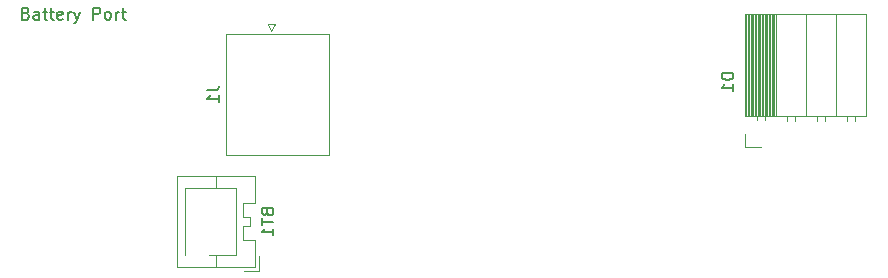
<source format=gbr>
%TF.GenerationSoftware,KiCad,Pcbnew,7.0.10*%
%TF.CreationDate,2024-02-05T19:04:35-08:00*%
%TF.ProjectId,pcb_lab,7063625f-6c61-4622-9e6b-696361645f70,rev?*%
%TF.SameCoordinates,Original*%
%TF.FileFunction,Legend,Bot*%
%TF.FilePolarity,Positive*%
%FSLAX46Y46*%
G04 Gerber Fmt 4.6, Leading zero omitted, Abs format (unit mm)*
G04 Created by KiCad (PCBNEW 7.0.10) date 2024-02-05 19:04:35*
%MOMM*%
%LPD*%
G01*
G04 APERTURE LIST*
%ADD10C,0.150000*%
%ADD11C,0.120000*%
G04 APERTURE END LIST*
D10*
X81188112Y-93834009D02*
X81330969Y-93881628D01*
X81330969Y-93881628D02*
X81378588Y-93929247D01*
X81378588Y-93929247D02*
X81426207Y-94024485D01*
X81426207Y-94024485D02*
X81426207Y-94167342D01*
X81426207Y-94167342D02*
X81378588Y-94262580D01*
X81378588Y-94262580D02*
X81330969Y-94310200D01*
X81330969Y-94310200D02*
X81235731Y-94357819D01*
X81235731Y-94357819D02*
X80854779Y-94357819D01*
X80854779Y-94357819D02*
X80854779Y-93357819D01*
X80854779Y-93357819D02*
X81188112Y-93357819D01*
X81188112Y-93357819D02*
X81283350Y-93405438D01*
X81283350Y-93405438D02*
X81330969Y-93453057D01*
X81330969Y-93453057D02*
X81378588Y-93548295D01*
X81378588Y-93548295D02*
X81378588Y-93643533D01*
X81378588Y-93643533D02*
X81330969Y-93738771D01*
X81330969Y-93738771D02*
X81283350Y-93786390D01*
X81283350Y-93786390D02*
X81188112Y-93834009D01*
X81188112Y-93834009D02*
X80854779Y-93834009D01*
X82283350Y-94357819D02*
X82283350Y-93834009D01*
X82283350Y-93834009D02*
X82235731Y-93738771D01*
X82235731Y-93738771D02*
X82140493Y-93691152D01*
X82140493Y-93691152D02*
X81950017Y-93691152D01*
X81950017Y-93691152D02*
X81854779Y-93738771D01*
X82283350Y-94310200D02*
X82188112Y-94357819D01*
X82188112Y-94357819D02*
X81950017Y-94357819D01*
X81950017Y-94357819D02*
X81854779Y-94310200D01*
X81854779Y-94310200D02*
X81807160Y-94214961D01*
X81807160Y-94214961D02*
X81807160Y-94119723D01*
X81807160Y-94119723D02*
X81854779Y-94024485D01*
X81854779Y-94024485D02*
X81950017Y-93976866D01*
X81950017Y-93976866D02*
X82188112Y-93976866D01*
X82188112Y-93976866D02*
X82283350Y-93929247D01*
X82616684Y-93691152D02*
X82997636Y-93691152D01*
X82759541Y-93357819D02*
X82759541Y-94214961D01*
X82759541Y-94214961D02*
X82807160Y-94310200D01*
X82807160Y-94310200D02*
X82902398Y-94357819D01*
X82902398Y-94357819D02*
X82997636Y-94357819D01*
X83188113Y-93691152D02*
X83569065Y-93691152D01*
X83330970Y-93357819D02*
X83330970Y-94214961D01*
X83330970Y-94214961D02*
X83378589Y-94310200D01*
X83378589Y-94310200D02*
X83473827Y-94357819D01*
X83473827Y-94357819D02*
X83569065Y-94357819D01*
X84283351Y-94310200D02*
X84188113Y-94357819D01*
X84188113Y-94357819D02*
X83997637Y-94357819D01*
X83997637Y-94357819D02*
X83902399Y-94310200D01*
X83902399Y-94310200D02*
X83854780Y-94214961D01*
X83854780Y-94214961D02*
X83854780Y-93834009D01*
X83854780Y-93834009D02*
X83902399Y-93738771D01*
X83902399Y-93738771D02*
X83997637Y-93691152D01*
X83997637Y-93691152D02*
X84188113Y-93691152D01*
X84188113Y-93691152D02*
X84283351Y-93738771D01*
X84283351Y-93738771D02*
X84330970Y-93834009D01*
X84330970Y-93834009D02*
X84330970Y-93929247D01*
X84330970Y-93929247D02*
X83854780Y-94024485D01*
X84759542Y-94357819D02*
X84759542Y-93691152D01*
X84759542Y-93881628D02*
X84807161Y-93786390D01*
X84807161Y-93786390D02*
X84854780Y-93738771D01*
X84854780Y-93738771D02*
X84950018Y-93691152D01*
X84950018Y-93691152D02*
X85045256Y-93691152D01*
X85283352Y-93691152D02*
X85521447Y-94357819D01*
X85759542Y-93691152D02*
X85521447Y-94357819D01*
X85521447Y-94357819D02*
X85426209Y-94595914D01*
X85426209Y-94595914D02*
X85378590Y-94643533D01*
X85378590Y-94643533D02*
X85283352Y-94691152D01*
X86902400Y-94357819D02*
X86902400Y-93357819D01*
X86902400Y-93357819D02*
X87283352Y-93357819D01*
X87283352Y-93357819D02*
X87378590Y-93405438D01*
X87378590Y-93405438D02*
X87426209Y-93453057D01*
X87426209Y-93453057D02*
X87473828Y-93548295D01*
X87473828Y-93548295D02*
X87473828Y-93691152D01*
X87473828Y-93691152D02*
X87426209Y-93786390D01*
X87426209Y-93786390D02*
X87378590Y-93834009D01*
X87378590Y-93834009D02*
X87283352Y-93881628D01*
X87283352Y-93881628D02*
X86902400Y-93881628D01*
X88045257Y-94357819D02*
X87950019Y-94310200D01*
X87950019Y-94310200D02*
X87902400Y-94262580D01*
X87902400Y-94262580D02*
X87854781Y-94167342D01*
X87854781Y-94167342D02*
X87854781Y-93881628D01*
X87854781Y-93881628D02*
X87902400Y-93786390D01*
X87902400Y-93786390D02*
X87950019Y-93738771D01*
X87950019Y-93738771D02*
X88045257Y-93691152D01*
X88045257Y-93691152D02*
X88188114Y-93691152D01*
X88188114Y-93691152D02*
X88283352Y-93738771D01*
X88283352Y-93738771D02*
X88330971Y-93786390D01*
X88330971Y-93786390D02*
X88378590Y-93881628D01*
X88378590Y-93881628D02*
X88378590Y-94167342D01*
X88378590Y-94167342D02*
X88330971Y-94262580D01*
X88330971Y-94262580D02*
X88283352Y-94310200D01*
X88283352Y-94310200D02*
X88188114Y-94357819D01*
X88188114Y-94357819D02*
X88045257Y-94357819D01*
X88807162Y-94357819D02*
X88807162Y-93691152D01*
X88807162Y-93881628D02*
X88854781Y-93786390D01*
X88854781Y-93786390D02*
X88902400Y-93738771D01*
X88902400Y-93738771D02*
X88997638Y-93691152D01*
X88997638Y-93691152D02*
X89092876Y-93691152D01*
X89283353Y-93691152D02*
X89664305Y-93691152D01*
X89426210Y-93357819D02*
X89426210Y-94214961D01*
X89426210Y-94214961D02*
X89473829Y-94310200D01*
X89473829Y-94310200D02*
X89569067Y-94357819D01*
X89569067Y-94357819D02*
X89664305Y-94357819D01*
X141085119Y-98894905D02*
X140085119Y-98894905D01*
X140085119Y-98894905D02*
X140085119Y-99133000D01*
X140085119Y-99133000D02*
X140132738Y-99275857D01*
X140132738Y-99275857D02*
X140227976Y-99371095D01*
X140227976Y-99371095D02*
X140323214Y-99418714D01*
X140323214Y-99418714D02*
X140513690Y-99466333D01*
X140513690Y-99466333D02*
X140656547Y-99466333D01*
X140656547Y-99466333D02*
X140847023Y-99418714D01*
X140847023Y-99418714D02*
X140942261Y-99371095D01*
X140942261Y-99371095D02*
X141037500Y-99275857D01*
X141037500Y-99275857D02*
X141085119Y-99133000D01*
X141085119Y-99133000D02*
X141085119Y-98894905D01*
X141085119Y-100418714D02*
X141085119Y-99847286D01*
X141085119Y-100133000D02*
X140085119Y-100133000D01*
X140085119Y-100133000D02*
X140227976Y-100037762D01*
X140227976Y-100037762D02*
X140323214Y-99942524D01*
X140323214Y-99942524D02*
X140370833Y-99847286D01*
X101613009Y-110674885D02*
X101660628Y-110817742D01*
X101660628Y-110817742D02*
X101708247Y-110865361D01*
X101708247Y-110865361D02*
X101803485Y-110912980D01*
X101803485Y-110912980D02*
X101946342Y-110912980D01*
X101946342Y-110912980D02*
X102041580Y-110865361D01*
X102041580Y-110865361D02*
X102089200Y-110817742D01*
X102089200Y-110817742D02*
X102136819Y-110722504D01*
X102136819Y-110722504D02*
X102136819Y-110341552D01*
X102136819Y-110341552D02*
X101136819Y-110341552D01*
X101136819Y-110341552D02*
X101136819Y-110674885D01*
X101136819Y-110674885D02*
X101184438Y-110770123D01*
X101184438Y-110770123D02*
X101232057Y-110817742D01*
X101232057Y-110817742D02*
X101327295Y-110865361D01*
X101327295Y-110865361D02*
X101422533Y-110865361D01*
X101422533Y-110865361D02*
X101517771Y-110817742D01*
X101517771Y-110817742D02*
X101565390Y-110770123D01*
X101565390Y-110770123D02*
X101613009Y-110674885D01*
X101613009Y-110674885D02*
X101613009Y-110341552D01*
X101136819Y-111198695D02*
X101136819Y-111770123D01*
X102136819Y-111484409D02*
X101136819Y-111484409D01*
X102136819Y-112627266D02*
X102136819Y-112055838D01*
X102136819Y-112341552D02*
X101136819Y-112341552D01*
X101136819Y-112341552D02*
X101279676Y-112246314D01*
X101279676Y-112246314D02*
X101374914Y-112151076D01*
X101374914Y-112151076D02*
X101422533Y-112055838D01*
X96493819Y-100346166D02*
X97208104Y-100346166D01*
X97208104Y-100346166D02*
X97350961Y-100298547D01*
X97350961Y-100298547D02*
X97446200Y-100203309D01*
X97446200Y-100203309D02*
X97493819Y-100060452D01*
X97493819Y-100060452D02*
X97493819Y-99965214D01*
X97493819Y-101346166D02*
X97493819Y-100774738D01*
X97493819Y-101060452D02*
X96493819Y-101060452D01*
X96493819Y-101060452D02*
X96636676Y-100965214D01*
X96636676Y-100965214D02*
X96731914Y-100869976D01*
X96731914Y-100869976D02*
X96779533Y-100774738D01*
D11*
%TO.C,D1*%
X152350300Y-93923000D02*
X152350300Y-102553000D01*
X149750300Y-93923000D02*
X149750300Y-102553000D01*
X147210300Y-93923000D02*
X147210300Y-102553000D01*
X144670300Y-93923000D02*
X144670300Y-102553000D01*
X144552200Y-93923000D02*
X144552200Y-102553000D01*
X144434105Y-93923000D02*
X144434105Y-102553000D01*
X144316010Y-93923000D02*
X144316010Y-102553000D01*
X144197915Y-93923000D02*
X144197915Y-102553000D01*
X144079820Y-93923000D02*
X144079820Y-102553000D01*
X143961725Y-93923000D02*
X143961725Y-102553000D01*
X143843630Y-93923000D02*
X143843630Y-102553000D01*
X143725535Y-93923000D02*
X143725535Y-102553000D01*
X143607440Y-93923000D02*
X143607440Y-102553000D01*
X143489345Y-93923000D02*
X143489345Y-102553000D01*
X143371250Y-93923000D02*
X143371250Y-102553000D01*
X143253155Y-93923000D02*
X143253155Y-102553000D01*
X143135060Y-93923000D02*
X143135060Y-102553000D01*
X143016965Y-93923000D02*
X143016965Y-102553000D01*
X142898870Y-93923000D02*
X142898870Y-102553000D01*
X142780775Y-93923000D02*
X142780775Y-102553000D01*
X142662680Y-93923000D02*
X142662680Y-102553000D01*
X142544585Y-93923000D02*
X142544585Y-102553000D01*
X142426490Y-93923000D02*
X142426490Y-102553000D01*
X142308395Y-93923000D02*
X142308395Y-102553000D01*
X142190300Y-93923000D02*
X142190300Y-102553000D01*
X142070300Y-93923000D02*
X152350300Y-93923000D01*
X142070300Y-93923000D02*
X142070300Y-102553000D01*
X151380300Y-102553000D02*
X151380300Y-102963000D01*
X150660300Y-102553000D02*
X150660300Y-102963000D01*
X148840300Y-102553000D02*
X148840300Y-102963000D01*
X148120300Y-102553000D02*
X148120300Y-102963000D01*
X146300300Y-102553000D02*
X146300300Y-102963000D01*
X145580300Y-102553000D02*
X145580300Y-102963000D01*
X143760300Y-102553000D02*
X143760300Y-102903000D01*
X143040300Y-102553000D02*
X143040300Y-102903000D01*
X142070300Y-102553000D02*
X152350300Y-102553000D01*
X142070300Y-104013000D02*
X142070300Y-105123000D01*
X142070300Y-105123000D02*
X143400300Y-105123000D01*
%TO.C,BT1*%
X100892000Y-115620600D02*
X99642000Y-115620600D01*
X93972000Y-115320600D02*
X93972000Y-107600600D01*
X97282000Y-115320600D02*
X97282000Y-114310600D01*
X100592000Y-115320600D02*
X93972000Y-115320600D01*
X100892000Y-114370600D02*
X100892000Y-115620600D01*
X96682000Y-114310600D02*
X98982000Y-114310600D01*
X98982000Y-114310600D02*
X98982000Y-108610600D01*
X99592000Y-113060600D02*
X100592000Y-113060600D01*
X100592000Y-113060600D02*
X100592000Y-115320600D01*
X99592000Y-111860600D02*
X99592000Y-113060600D01*
X100192000Y-111860600D02*
X99592000Y-111860600D01*
X99592000Y-111060600D02*
X100192000Y-111060600D01*
X100192000Y-111060600D02*
X100192000Y-111860600D01*
X99592000Y-109860600D02*
X99592000Y-111060600D01*
X100592000Y-109860600D02*
X99592000Y-109860600D01*
X94682000Y-108610600D02*
X94682000Y-114310600D01*
X98982000Y-108610600D02*
X94682000Y-108610600D01*
X93972000Y-107600600D02*
X100592000Y-107600600D01*
X97282000Y-107600600D02*
X97282000Y-108610600D01*
X100592000Y-107600600D02*
X100592000Y-109860600D01*
%TO.C,J1*%
X102239000Y-94769500D02*
X101639000Y-94769500D01*
X101639000Y-94769500D02*
X101939000Y-95369500D01*
X101939000Y-95369500D02*
X102239000Y-94769500D01*
X106849000Y-95569500D02*
X106849000Y-105789500D01*
X98129000Y-95569500D02*
X106849000Y-95569500D01*
X106849000Y-105789500D02*
X98129000Y-105789500D01*
X98129000Y-105789500D02*
X98129000Y-95569500D01*
%TD*%
M02*

</source>
